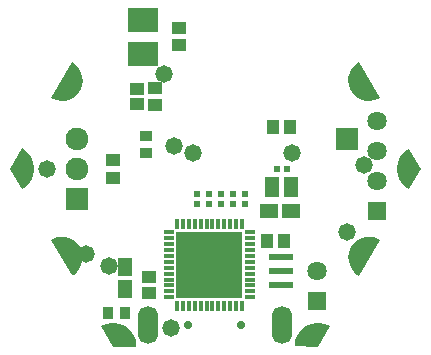
<source format=gbr>
%TF.GenerationSoftware,Altium Limited,Altium Designer,25.8.1 (18)*%
G04 Layer_Color=16711935*
%FSLAX45Y45*%
%MOMM*%
%TF.SameCoordinates,DBAD572D-54B9-4E5B-BD18-095DBB1A99D2*%
%TF.FilePolarity,Negative*%
%TF.FileFunction,Soldermask,Bot*%
%TF.Part,Single*%
G01*
G75*
%TA.AperFunction,SMDPad,CuDef*%
%ADD43R,0.55880X0.55880*%
%ADD46R,0.55880X0.55880*%
%ADD47R,0.85000X0.30000*%
%ADD48R,0.30000X0.85000*%
%ADD50R,5.70000X5.70000*%
%ADD61R,0.85320X1.10320*%
%ADD62R,1.18320X1.08320*%
G04:AMPARAMS|DCode=68|XSize=1.2032mm|YSize=1.2032mm|CornerRadius=0.6016mm|HoleSize=0mm|Usage=FLASHONLY|Rotation=0.000|XOffset=0mm|YOffset=0mm|HoleType=Round|Shape=RoundedRectangle|*
%AMROUNDEDRECTD68*
21,1,1.20320,0.00000,0,0,0.0*
21,1,0.00000,1.20320,0,0,0.0*
1,1,1.20320,0.00000,0.00000*
1,1,1.20320,0.00000,0.00000*
1,1,1.20320,0.00000,0.00000*
1,1,1.20320,0.00000,0.00000*
%
%ADD68ROUNDEDRECTD68*%
G04:AMPARAMS|DCode=69|XSize=1.2032mm|YSize=1.2032mm|CornerRadius=0.6016mm|HoleSize=0mm|Usage=FLASHONLY|Rotation=300.000|XOffset=0mm|YOffset=0mm|HoleType=Round|Shape=RoundedRectangle|*
%AMROUNDEDRECTD69*
21,1,1.20320,0.00000,0,0,300.0*
21,1,0.00000,1.20320,0,0,300.0*
1,1,1.20320,0.00000,0.00000*
1,1,1.20320,0.00000,0.00000*
1,1,1.20320,0.00000,0.00000*
1,1,1.20320,0.00000,0.00000*
%
%ADD69ROUNDEDRECTD69*%
G04:AMPARAMS|DCode=71|XSize=1.2032mm|YSize=1.2032mm|CornerRadius=0.6016mm|HoleSize=0mm|Usage=FLASHONLY|Rotation=240.000|XOffset=0mm|YOffset=0mm|HoleType=Round|Shape=RoundedRectangle|*
%AMROUNDEDRECTD71*
21,1,1.20320,0.00000,0,0,240.0*
21,1,0.00000,1.20320,0,0,240.0*
1,1,1.20320,0.00000,0.00000*
1,1,1.20320,0.00000,0.00000*
1,1,1.20320,0.00000,0.00000*
1,1,1.20320,0.00000,0.00000*
%
%ADD71ROUNDEDRECTD71*%
%ADD73R,0.98320X1.18320*%
%TA.AperFunction,ComponentPad*%
%ADD74O,1.70320X3.20320*%
%ADD75C,1.62820*%
%ADD76R,1.62820X1.62820*%
%ADD77R,1.62820X1.62820*%
%ADD78C,0.70320*%
%ADD79R,1.92820X1.92820*%
%ADD80C,1.92820*%
%ADD81R,1.92820X1.92820*%
%TA.AperFunction,ViaPad*%
%ADD82C,1.47320*%
%TA.AperFunction,SMDPad,CuDef*%
%ADD83R,2.50320X2.00320*%
%ADD84R,1.22320X1.67320*%
%ADD85R,1.50320X1.15320*%
%ADD86R,2.10320X0.60325*%
%ADD87R,1.10320X0.85320*%
%ADD88R,1.18320X0.98320*%
%ADD89R,1.20320X1.00320*%
%ADD90R,1.15320X1.50320*%
G36*
X-967811Y-1333215D02*
X-952880Y-1324100D01*
X-920253Y-1311473D01*
X-885900Y-1304850D01*
X-850917Y-1304442D01*
X-816419Y-1310262D01*
X-783506Y-1322126D01*
X-753228Y-1339653D01*
X-726550Y-1362287D01*
X-704323Y-1389304D01*
X-687255Y-1419844D01*
X-675891Y-1452932D01*
X-670593Y-1487514D01*
X-671062Y-1505001D01*
Y-1505001D01*
X-868880D01*
X-967811Y-1333215D01*
D02*
G37*
G36*
X-1390796Y-601231D02*
X-1375875Y-592024D01*
X-1342970Y-579902D01*
X-1308313Y-574557D01*
X-1273285Y-576201D01*
X-1239281Y-584768D01*
X-1207656Y-599919D01*
X-1179669Y-621048D01*
X-1156437Y-647314D01*
X-1138883Y-677671D01*
X-1127708Y-710910D01*
X-1123357Y-745706D01*
X-1126003Y-780672D01*
X-1135541Y-814417D01*
X-1151590Y-845596D01*
X-1173512Y-872966D01*
X-1200432Y-895437D01*
X-1215856Y-903776D01*
X-1215856Y-903775D01*
X-1390796Y-601231D01*
D02*
G37*
G36*
X-1638198Y171702D02*
X-1622840Y163329D01*
X-1595590Y141387D01*
X-1572678Y114948D01*
X-1554833Y84856D01*
X-1542625Y52069D01*
X-1536442Y17634D01*
X-1536483Y-17351D01*
X-1542745Y-51772D01*
X-1555029Y-84530D01*
X-1572944Y-114581D01*
X-1595917Y-140966D01*
X-1623217Y-162845D01*
X-1638595Y-171183D01*
Y-171183D01*
X-1737504Y133D01*
X-1638198Y171702D01*
D02*
G37*
G36*
X-1216369Y903348D02*
X-1200934Y895030D01*
X-1173984Y872594D01*
X-1152026Y845253D01*
X-1135936Y814096D01*
X-1126354Y780363D01*
X-1123662Y745400D01*
X-1127967Y710599D01*
X-1139098Y677345D01*
X-1156611Y646965D01*
X-1179809Y620668D01*
X-1207768Y599502D01*
X-1239373Y584310D01*
X-1273365Y575698D01*
X-1308392Y574007D01*
X-1343055Y579307D01*
X-1375976Y591385D01*
X-1390910Y600573D01*
X-1390910D01*
X-1216369Y903348D01*
D02*
G37*
G36*
X670413Y-1504917D02*
X669985Y-1487430D01*
X675363Y-1452860D01*
X686803Y-1419798D01*
X703942Y-1389298D01*
X726231Y-1362332D01*
X752962Y-1339760D01*
X783280Y-1322303D01*
X816220Y-1310516D01*
X850732Y-1304775D01*
X885714Y-1305264D01*
X920051Y-1311966D01*
X952649Y-1324669D01*
X967559Y-1333818D01*
D01*
X868649Y-1505134D01*
X670413Y-1504917D01*
D02*
G37*
G36*
X1216367Y-904350D02*
X1200932Y-896032D01*
X1173982Y-873596D01*
X1152024Y-846255D01*
X1135934Y-815098D01*
X1126352Y-781366D01*
X1123660Y-746403D01*
X1127965Y-711601D01*
X1139096Y-678348D01*
X1156609Y-647968D01*
X1179807Y-621671D01*
X1207766Y-600505D01*
X1239371Y-585313D01*
X1273363Y-576700D01*
X1308390Y-575010D01*
X1343053Y-580310D01*
X1375974Y-592388D01*
X1390908Y-601576D01*
Y-601576D01*
X1216367Y-904350D01*
D02*
G37*
G36*
X1638198Y-171702D02*
X1622840Y-163329D01*
X1595590Y-141387D01*
X1572678Y-114948D01*
X1554833Y-84856D01*
X1542625Y-52070D01*
X1536442Y-17635D01*
X1536483Y17351D01*
X1542745Y51771D01*
X1555029Y84529D01*
X1572943Y114580D01*
X1595917Y140966D01*
X1623217Y162845D01*
X1638595Y171183D01*
X1638595Y171183D01*
X1737504Y-133D01*
X1638198Y-171702D01*
D02*
G37*
G36*
X1390796Y601231D02*
X1375875Y592023D01*
X1342970Y579902D01*
X1308313Y574556D01*
X1273284Y576200D01*
X1239280Y584768D01*
X1207655Y599919D01*
X1179669Y621048D01*
X1156436Y647314D01*
X1138883Y677671D01*
X1127708Y710910D01*
X1123357Y745705D01*
X1126003Y780672D01*
X1135541Y814417D01*
X1151590Y845595D01*
X1173511Y872965D01*
X1200432Y895437D01*
X1215856Y903775D01*
D01*
X1390796Y601231D01*
D02*
G37*
D43*
X520698Y-2D02*
D03*
X609598D02*
D03*
D46*
X-152402Y-209552D02*
D03*
X50798D02*
D03*
Y-298452D02*
D03*
X-50802Y-209552D02*
D03*
Y-298452D02*
D03*
X-152402D02*
D03*
X152398Y-209552D02*
D03*
X253998D02*
D03*
Y-298452D02*
D03*
X152398D02*
D03*
D47*
X294201Y-637801D02*
D03*
Y-537801D02*
D03*
Y-587798D02*
D03*
X-395800Y-1087802D02*
D03*
Y-837800D02*
D03*
X294201D02*
D03*
X-395800Y-537801D02*
D03*
Y-587798D02*
D03*
Y-637801D02*
D03*
Y-687798D02*
D03*
Y-737800D02*
D03*
Y-787798D02*
D03*
Y-887798D02*
D03*
Y-937800D02*
D03*
Y-987797D02*
D03*
Y-1037800D02*
D03*
X294201Y-1087802D02*
D03*
Y-1037800D02*
D03*
Y-987797D02*
D03*
Y-937800D02*
D03*
Y-887798D02*
D03*
Y-787798D02*
D03*
Y-737800D02*
D03*
Y-687798D02*
D03*
D48*
X-275800Y-1157800D02*
D03*
X-325797D02*
D03*
X224199Y-467798D02*
D03*
X174202D02*
D03*
X124199D02*
D03*
X74202D02*
D03*
X24199D02*
D03*
X-25798D02*
D03*
X-75800D02*
D03*
X-125798D02*
D03*
X-175800D02*
D03*
X-225798D02*
D03*
X-275800D02*
D03*
X-325797D02*
D03*
X-225798Y-1157800D02*
D03*
X-175800D02*
D03*
X-125798D02*
D03*
X-75800D02*
D03*
X-25798D02*
D03*
X24199D02*
D03*
X74202D02*
D03*
X124199D02*
D03*
X174202D02*
D03*
X224199D02*
D03*
D50*
X-50802Y-812802D02*
D03*
D61*
X-762002Y-1219202D02*
D03*
X-907000D02*
D03*
D62*
X-660402Y672601D02*
D03*
Y546601D02*
D03*
D68*
X-826010Y-1431012D02*
D03*
X-1239014Y-715012D02*
D03*
X1239010Y715008D02*
D03*
D69*
X1651989Y-2D02*
D03*
X-1651992D02*
D03*
X-1239014Y715008D02*
D03*
X1239010Y-716012D02*
D03*
D71*
X826006Y-1431012D02*
D03*
D73*
X438001Y-609602D02*
D03*
X578001D02*
D03*
X488801Y355598D02*
D03*
X628801D02*
D03*
D74*
X564401Y-1326801D02*
D03*
X-575601D02*
D03*
D75*
X1371600Y406400D02*
D03*
Y152400D02*
D03*
Y-101600D02*
D03*
X863598Y-863602D02*
D03*
D76*
X1371600Y-355600D02*
D03*
D77*
X863598Y-1117602D02*
D03*
D78*
X-230598Y-1326801D02*
D03*
X219398D02*
D03*
D79*
X-1168402Y-254002D02*
D03*
D80*
Y-2D02*
D03*
Y253998D02*
D03*
D81*
X1117600Y254000D02*
D03*
D82*
X-1422402Y-12D02*
D03*
X-1099822Y-723912D02*
D03*
X-373382Y-1351292D02*
D03*
X1115058Y-535952D02*
D03*
X1259838Y27928D02*
D03*
X647698Y129528D02*
D03*
X-190502D02*
D03*
X-353062Y195568D02*
D03*
X-431802Y805168D02*
D03*
X-904242Y-825512D02*
D03*
D83*
X-609602Y972600D02*
D03*
Y1262602D02*
D03*
D84*
X478798Y-152402D02*
D03*
X638798D02*
D03*
D85*
X457198Y-355602D02*
D03*
X637198D02*
D03*
D86*
X558798Y-743612D02*
D03*
Y-863602D02*
D03*
Y-983591D02*
D03*
D87*
X-587900Y275700D02*
D03*
Y130702D02*
D03*
D88*
X-508002Y539601D02*
D03*
Y679601D02*
D03*
X-304802Y1187601D02*
D03*
X-558802Y-1054401D02*
D03*
X-304802Y1047601D02*
D03*
X-558802Y-914402D02*
D03*
D89*
X-863602Y-74998D02*
D03*
Y75000D02*
D03*
D90*
X-762002Y-1016002D02*
D03*
Y-836002D02*
D03*
%TF.MD5,71281480f6b93a6e18d335ad6f74a21b*%
M02*

</source>
